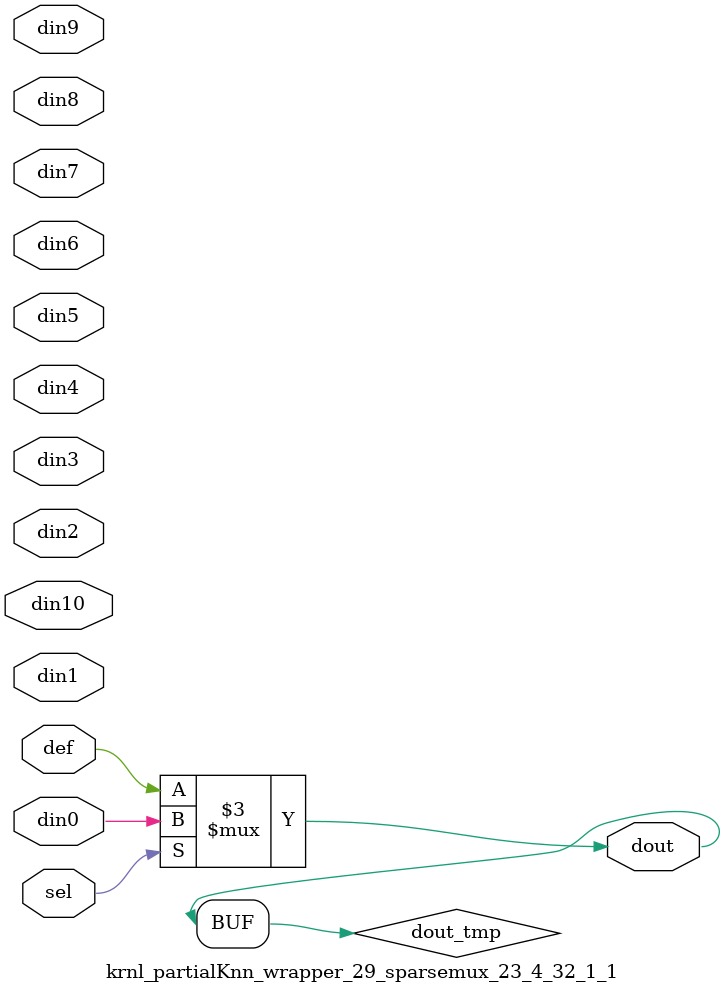
<source format=v>
`timescale 1 ns / 1 ps
module krnl_partialKnn_wrapper_29_sparsemux_23_4_32_1_1 (din0,din1,din2,din3,din4,din5,din6,din7,din8,din9,din10,def,sel,dout);
parameter din0_WIDTH = 1;
parameter din1_WIDTH = 1;
parameter din2_WIDTH = 1;
parameter din3_WIDTH = 1;
parameter din4_WIDTH = 1;
parameter din5_WIDTH = 1;
parameter din6_WIDTH = 1;
parameter din7_WIDTH = 1;
parameter din8_WIDTH = 1;
parameter din9_WIDTH = 1;
parameter din10_WIDTH = 1;
parameter def_WIDTH = 1;
parameter sel_WIDTH = 1;
parameter dout_WIDTH = 1;
parameter [sel_WIDTH-1:0] CASE0 = 1;
parameter [sel_WIDTH-1:0] CASE1 = 1;
parameter [sel_WIDTH-1:0] CASE2 = 1;
parameter [sel_WIDTH-1:0] CASE3 = 1;
parameter [sel_WIDTH-1:0] CASE4 = 1;
parameter [sel_WIDTH-1:0] CASE5 = 1;
parameter [sel_WIDTH-1:0] CASE6 = 1;
parameter [sel_WIDTH-1:0] CASE7 = 1;
parameter [sel_WIDTH-1:0] CASE8 = 1;
parameter [sel_WIDTH-1:0] CASE9 = 1;
parameter [sel_WIDTH-1:0] CASE10 = 1;
parameter ID = 1;
parameter NUM_STAGE = 1;
input [din0_WIDTH-1:0] din0;
input [din1_WIDTH-1:0] din1;
input [din2_WIDTH-1:0] din2;
input [din3_WIDTH-1:0] din3;
input [din4_WIDTH-1:0] din4;
input [din5_WIDTH-1:0] din5;
input [din6_WIDTH-1:0] din6;
input [din7_WIDTH-1:0] din7;
input [din8_WIDTH-1:0] din8;
input [din9_WIDTH-1:0] din9;
input [din10_WIDTH-1:0] din10;
input [def_WIDTH-1:0] def;
input [sel_WIDTH-1:0] sel;
output [dout_WIDTH-1:0] dout;
reg [dout_WIDTH-1:0] dout_tmp;
always @ (*) begin
case (sel)
    
    CASE0 : dout_tmp = din0;
    
    CASE1 : dout_tmp = din1;
    
    CASE2 : dout_tmp = din2;
    
    CASE3 : dout_tmp = din3;
    
    CASE4 : dout_tmp = din4;
    
    CASE5 : dout_tmp = din5;
    
    CASE6 : dout_tmp = din6;
    
    CASE7 : dout_tmp = din7;
    
    CASE8 : dout_tmp = din8;
    
    CASE9 : dout_tmp = din9;
    
    CASE10 : dout_tmp = din10;
    
    default : dout_tmp = def;
endcase
end
assign dout = dout_tmp;
endmodule
</source>
